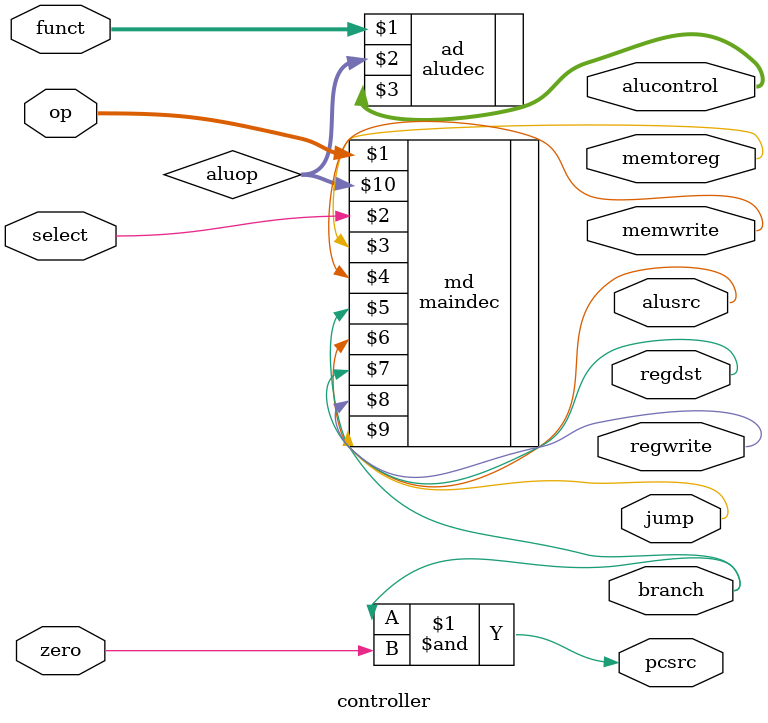
<source format=v>
module controller (input [2:0] op, input [3:0] funct, input select,
	input zero,
	output memtoreg, memwrite,
	output pcsrc, alusrc,
	output regdst, regwrite,
	output jump, branch, 
	output [2:0] alucontrol);
	
	wire [1:0] aluop;
	
	maindec md(op,select, memtoreg, memwrite, branch,
	alusrc, regdst, regwrite, jump, aluop);
	
	aludec ad (funct, aluop, alucontrol);
	
	assign pcsrc = branch & zero;

endmodule
</source>
